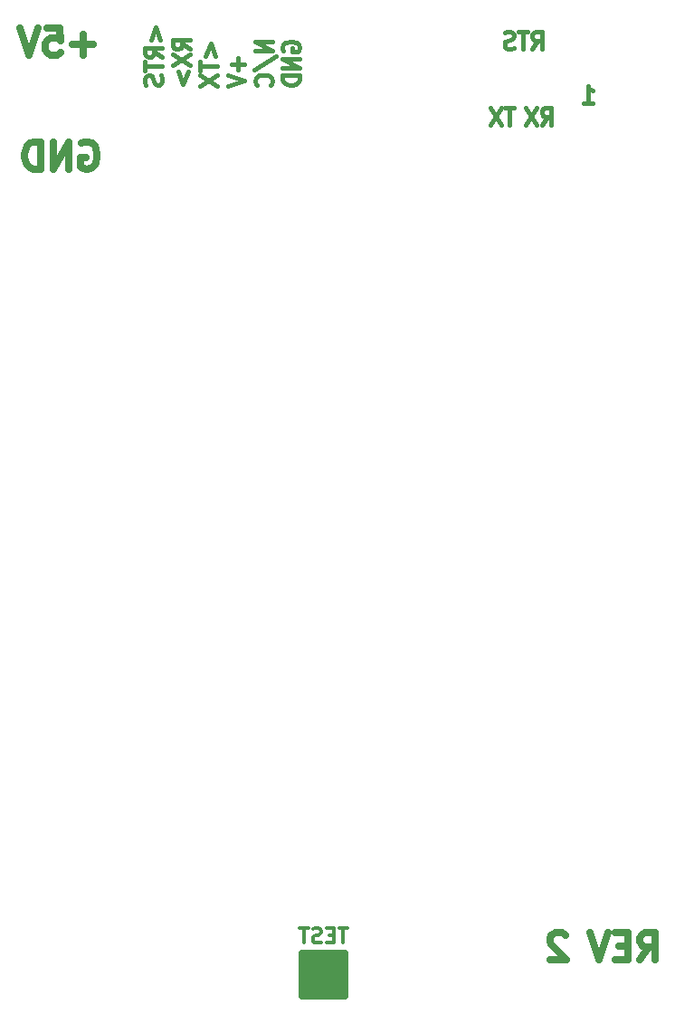
<source format=gbo>
G04 #@! TF.GenerationSoftware,KiCad,Pcbnew,(7.0.0)*
G04 #@! TF.CreationDate,2023-03-25T12:34:39-04:00*
G04 #@! TF.ProjectId,SIMPLE-6802,53494d50-4c45-42d3-9638-30322e6b6963,1*
G04 #@! TF.SameCoordinates,Original*
G04 #@! TF.FileFunction,Legend,Bot*
G04 #@! TF.FilePolarity,Positive*
%FSLAX46Y46*%
G04 Gerber Fmt 4.6, Leading zero omitted, Abs format (unit mm)*
G04 Created by KiCad (PCBNEW (7.0.0)) date 2023-03-25 12:34:39*
%MOMM*%
%LPD*%
G01*
G04 APERTURE LIST*
%ADD10C,0.381000*%
%ADD11C,0.635000*%
%ADD12C,0.349250*%
%ADD13C,0.650000*%
G04 APERTURE END LIST*
D10*
X157834857Y-48135017D02*
X158342857Y-47379065D01*
X158705714Y-48135017D02*
X158705714Y-46547517D01*
X158705714Y-46547517D02*
X158125143Y-46547517D01*
X158125143Y-46547517D02*
X157980000Y-46623113D01*
X157980000Y-46623113D02*
X157907429Y-46698708D01*
X157907429Y-46698708D02*
X157834857Y-46849898D01*
X157834857Y-46849898D02*
X157834857Y-47076684D01*
X157834857Y-47076684D02*
X157907429Y-47227874D01*
X157907429Y-47227874D02*
X157980000Y-47303470D01*
X157980000Y-47303470D02*
X158125143Y-47379065D01*
X158125143Y-47379065D02*
X158705714Y-47379065D01*
X157399429Y-46547517D02*
X156528572Y-46547517D01*
X156964000Y-48135017D02*
X156964000Y-46547517D01*
X156093143Y-48059422D02*
X155875429Y-48135017D01*
X155875429Y-48135017D02*
X155512571Y-48135017D01*
X155512571Y-48135017D02*
X155367429Y-48059422D01*
X155367429Y-48059422D02*
X155294857Y-47983827D01*
X155294857Y-47983827D02*
X155222286Y-47832636D01*
X155222286Y-47832636D02*
X155222286Y-47681446D01*
X155222286Y-47681446D02*
X155294857Y-47530255D01*
X155294857Y-47530255D02*
X155367429Y-47454660D01*
X155367429Y-47454660D02*
X155512571Y-47379065D01*
X155512571Y-47379065D02*
X155802857Y-47303470D01*
X155802857Y-47303470D02*
X155948000Y-47227874D01*
X155948000Y-47227874D02*
X156020571Y-47152279D01*
X156020571Y-47152279D02*
X156093143Y-47001089D01*
X156093143Y-47001089D02*
X156093143Y-46849898D01*
X156093143Y-46849898D02*
X156020571Y-46698708D01*
X156020571Y-46698708D02*
X155948000Y-46623113D01*
X155948000Y-46623113D02*
X155802857Y-46547517D01*
X155802857Y-46547517D02*
X155440000Y-46547517D01*
X155440000Y-46547517D02*
X155222286Y-46623113D01*
D11*
X116735238Y-47771328D02*
X114800000Y-47771328D01*
X115767619Y-48738947D02*
X115767619Y-46803709D01*
X112380952Y-46198947D02*
X113590476Y-46198947D01*
X113590476Y-46198947D02*
X113711428Y-47408471D01*
X113711428Y-47408471D02*
X113590476Y-47287519D01*
X113590476Y-47287519D02*
X113348571Y-47166566D01*
X113348571Y-47166566D02*
X112743809Y-47166566D01*
X112743809Y-47166566D02*
X112501904Y-47287519D01*
X112501904Y-47287519D02*
X112380952Y-47408471D01*
X112380952Y-47408471D02*
X112259999Y-47650376D01*
X112259999Y-47650376D02*
X112259999Y-48255138D01*
X112259999Y-48255138D02*
X112380952Y-48497042D01*
X112380952Y-48497042D02*
X112501904Y-48617995D01*
X112501904Y-48617995D02*
X112743809Y-48738947D01*
X112743809Y-48738947D02*
X113348571Y-48738947D01*
X113348571Y-48738947D02*
X113590476Y-48617995D01*
X113590476Y-48617995D02*
X113711428Y-48497042D01*
X111534285Y-46198947D02*
X110687618Y-48738947D01*
X110687618Y-48738947D02*
X109840951Y-46198947D01*
D10*
X156129429Y-53659517D02*
X155258572Y-53659517D01*
X155694000Y-55247017D02*
X155694000Y-53659517D01*
X154895714Y-53659517D02*
X153879714Y-55247017D01*
X153879714Y-53659517D02*
X154895714Y-55247017D01*
D11*
X167898095Y-133365147D02*
X168744762Y-132155623D01*
X169349524Y-133365147D02*
X169349524Y-130825147D01*
X169349524Y-130825147D02*
X168381905Y-130825147D01*
X168381905Y-130825147D02*
X168140000Y-130946100D01*
X168140000Y-130946100D02*
X168019047Y-131067052D01*
X168019047Y-131067052D02*
X167898095Y-131308957D01*
X167898095Y-131308957D02*
X167898095Y-131671814D01*
X167898095Y-131671814D02*
X168019047Y-131913719D01*
X168019047Y-131913719D02*
X168140000Y-132034671D01*
X168140000Y-132034671D02*
X168381905Y-132155623D01*
X168381905Y-132155623D02*
X169349524Y-132155623D01*
X166809524Y-132034671D02*
X165962857Y-132034671D01*
X165600000Y-133365147D02*
X166809524Y-133365147D01*
X166809524Y-133365147D02*
X166809524Y-130825147D01*
X166809524Y-130825147D02*
X165600000Y-130825147D01*
X164874286Y-130825147D02*
X164027619Y-133365147D01*
X164027619Y-133365147D02*
X163180952Y-130825147D01*
X160931238Y-131067052D02*
X160810286Y-130946100D01*
X160810286Y-130946100D02*
X160568381Y-130825147D01*
X160568381Y-130825147D02*
X159963619Y-130825147D01*
X159963619Y-130825147D02*
X159721714Y-130946100D01*
X159721714Y-130946100D02*
X159600762Y-131067052D01*
X159600762Y-131067052D02*
X159479809Y-131308957D01*
X159479809Y-131308957D02*
X159479809Y-131550861D01*
X159479809Y-131550861D02*
X159600762Y-131913719D01*
X159600762Y-131913719D02*
X161052190Y-133365147D01*
X161052190Y-133365147D02*
X159479809Y-133365147D01*
D10*
X122127509Y-47316571D02*
X122581080Y-46155428D01*
X122581080Y-46155428D02*
X123034652Y-47316571D01*
X123185842Y-48913142D02*
X122429890Y-48405142D01*
X123185842Y-48042285D02*
X121598342Y-48042285D01*
X121598342Y-48042285D02*
X121598342Y-48622856D01*
X121598342Y-48622856D02*
X121673938Y-48767999D01*
X121673938Y-48767999D02*
X121749533Y-48840570D01*
X121749533Y-48840570D02*
X121900723Y-48913142D01*
X121900723Y-48913142D02*
X122127509Y-48913142D01*
X122127509Y-48913142D02*
X122278699Y-48840570D01*
X122278699Y-48840570D02*
X122354295Y-48767999D01*
X122354295Y-48767999D02*
X122429890Y-48622856D01*
X122429890Y-48622856D02*
X122429890Y-48042285D01*
X121598342Y-49348570D02*
X121598342Y-50219428D01*
X123185842Y-49783999D02*
X121598342Y-49783999D01*
X123110247Y-50654856D02*
X123185842Y-50872571D01*
X123185842Y-50872571D02*
X123185842Y-51235428D01*
X123185842Y-51235428D02*
X123110247Y-51380571D01*
X123110247Y-51380571D02*
X123034652Y-51453142D01*
X123034652Y-51453142D02*
X122883461Y-51525713D01*
X122883461Y-51525713D02*
X122732271Y-51525713D01*
X122732271Y-51525713D02*
X122581080Y-51453142D01*
X122581080Y-51453142D02*
X122505485Y-51380571D01*
X122505485Y-51380571D02*
X122429890Y-51235428D01*
X122429890Y-51235428D02*
X122354295Y-50945142D01*
X122354295Y-50945142D02*
X122278699Y-50799999D01*
X122278699Y-50799999D02*
X122203104Y-50727428D01*
X122203104Y-50727428D02*
X122051914Y-50654856D01*
X122051914Y-50654856D02*
X121900723Y-50654856D01*
X121900723Y-50654856D02*
X121749533Y-50727428D01*
X121749533Y-50727428D02*
X121673938Y-50799999D01*
X121673938Y-50799999D02*
X121598342Y-50945142D01*
X121598342Y-50945142D02*
X121598342Y-51307999D01*
X121598342Y-51307999D02*
X121673938Y-51525713D01*
X125757592Y-48187428D02*
X125001640Y-47679428D01*
X125757592Y-47316571D02*
X124170092Y-47316571D01*
X124170092Y-47316571D02*
X124170092Y-47897142D01*
X124170092Y-47897142D02*
X124245688Y-48042285D01*
X124245688Y-48042285D02*
X124321283Y-48114856D01*
X124321283Y-48114856D02*
X124472473Y-48187428D01*
X124472473Y-48187428D02*
X124699259Y-48187428D01*
X124699259Y-48187428D02*
X124850449Y-48114856D01*
X124850449Y-48114856D02*
X124926045Y-48042285D01*
X124926045Y-48042285D02*
X125001640Y-47897142D01*
X125001640Y-47897142D02*
X125001640Y-47316571D01*
X124170092Y-48695428D02*
X125757592Y-49711428D01*
X124170092Y-49711428D02*
X125757592Y-48695428D01*
X124699259Y-50292000D02*
X125152830Y-51453143D01*
X125152830Y-51453143D02*
X125606402Y-50292000D01*
X127271009Y-48840571D02*
X127724580Y-47679428D01*
X127724580Y-47679428D02*
X128178152Y-48840571D01*
X126741842Y-49348570D02*
X126741842Y-50219428D01*
X128329342Y-49783999D02*
X126741842Y-49783999D01*
X126741842Y-50582285D02*
X128329342Y-51598285D01*
X126741842Y-51598285D02*
X128329342Y-50582285D01*
X130296330Y-48985714D02*
X130296330Y-50146857D01*
X130901092Y-49566285D02*
X129691568Y-49566285D01*
X129313592Y-50654856D02*
X130901092Y-51162856D01*
X130901092Y-51162856D02*
X129313592Y-51670856D01*
X133472842Y-47461715D02*
X131885342Y-47461715D01*
X131885342Y-47461715D02*
X133472842Y-48332572D01*
X133472842Y-48332572D02*
X131885342Y-48332572D01*
X131809747Y-50146857D02*
X133850818Y-48840571D01*
X133321652Y-51525714D02*
X133397247Y-51453142D01*
X133397247Y-51453142D02*
X133472842Y-51235428D01*
X133472842Y-51235428D02*
X133472842Y-51090285D01*
X133472842Y-51090285D02*
X133397247Y-50872571D01*
X133397247Y-50872571D02*
X133246057Y-50727428D01*
X133246057Y-50727428D02*
X133094866Y-50654857D01*
X133094866Y-50654857D02*
X132792485Y-50582285D01*
X132792485Y-50582285D02*
X132565699Y-50582285D01*
X132565699Y-50582285D02*
X132263318Y-50654857D01*
X132263318Y-50654857D02*
X132112128Y-50727428D01*
X132112128Y-50727428D02*
X131960938Y-50872571D01*
X131960938Y-50872571D02*
X131885342Y-51090285D01*
X131885342Y-51090285D02*
X131885342Y-51235428D01*
X131885342Y-51235428D02*
X131960938Y-51453142D01*
X131960938Y-51453142D02*
X132036533Y-51525714D01*
X134532688Y-48332571D02*
X134457092Y-48187429D01*
X134457092Y-48187429D02*
X134457092Y-47969714D01*
X134457092Y-47969714D02*
X134532688Y-47752000D01*
X134532688Y-47752000D02*
X134683878Y-47606857D01*
X134683878Y-47606857D02*
X134835068Y-47534286D01*
X134835068Y-47534286D02*
X135137449Y-47461714D01*
X135137449Y-47461714D02*
X135364235Y-47461714D01*
X135364235Y-47461714D02*
X135666616Y-47534286D01*
X135666616Y-47534286D02*
X135817807Y-47606857D01*
X135817807Y-47606857D02*
X135968997Y-47752000D01*
X135968997Y-47752000D02*
X136044592Y-47969714D01*
X136044592Y-47969714D02*
X136044592Y-48114857D01*
X136044592Y-48114857D02*
X135968997Y-48332571D01*
X135968997Y-48332571D02*
X135893402Y-48405143D01*
X135893402Y-48405143D02*
X135364235Y-48405143D01*
X135364235Y-48405143D02*
X135364235Y-48114857D01*
X136044592Y-49058286D02*
X134457092Y-49058286D01*
X134457092Y-49058286D02*
X136044592Y-49929143D01*
X136044592Y-49929143D02*
X134457092Y-49929143D01*
X136044592Y-50654857D02*
X134457092Y-50654857D01*
X134457092Y-50654857D02*
X134457092Y-51017714D01*
X134457092Y-51017714D02*
X134532688Y-51235428D01*
X134532688Y-51235428D02*
X134683878Y-51380571D01*
X134683878Y-51380571D02*
X134835068Y-51453142D01*
X134835068Y-51453142D02*
X135137449Y-51525714D01*
X135137449Y-51525714D02*
X135364235Y-51525714D01*
X135364235Y-51525714D02*
X135666616Y-51453142D01*
X135666616Y-51453142D02*
X135817807Y-51380571D01*
X135817807Y-51380571D02*
X135968997Y-51235428D01*
X135968997Y-51235428D02*
X136044592Y-51017714D01*
X136044592Y-51017714D02*
X136044592Y-50654857D01*
X158705714Y-55247017D02*
X159213714Y-54491065D01*
X159576571Y-55247017D02*
X159576571Y-53659517D01*
X159576571Y-53659517D02*
X158996000Y-53659517D01*
X158996000Y-53659517D02*
X158850857Y-53735113D01*
X158850857Y-53735113D02*
X158778286Y-53810708D01*
X158778286Y-53810708D02*
X158705714Y-53961898D01*
X158705714Y-53961898D02*
X158705714Y-54188684D01*
X158705714Y-54188684D02*
X158778286Y-54339874D01*
X158778286Y-54339874D02*
X158850857Y-54415470D01*
X158850857Y-54415470D02*
X158996000Y-54491065D01*
X158996000Y-54491065D02*
X159576571Y-54491065D01*
X158197714Y-53659517D02*
X157181714Y-55247017D01*
X157181714Y-53659517D02*
X158197714Y-55247017D01*
D11*
X115658761Y-56987900D02*
X115900666Y-56866947D01*
X115900666Y-56866947D02*
X116263523Y-56866947D01*
X116263523Y-56866947D02*
X116626380Y-56987900D01*
X116626380Y-56987900D02*
X116868285Y-57229804D01*
X116868285Y-57229804D02*
X116989238Y-57471709D01*
X116989238Y-57471709D02*
X117110190Y-57955519D01*
X117110190Y-57955519D02*
X117110190Y-58318376D01*
X117110190Y-58318376D02*
X116989238Y-58802185D01*
X116989238Y-58802185D02*
X116868285Y-59044090D01*
X116868285Y-59044090D02*
X116626380Y-59285995D01*
X116626380Y-59285995D02*
X116263523Y-59406947D01*
X116263523Y-59406947D02*
X116021619Y-59406947D01*
X116021619Y-59406947D02*
X115658761Y-59285995D01*
X115658761Y-59285995D02*
X115537809Y-59165042D01*
X115537809Y-59165042D02*
X115537809Y-58318376D01*
X115537809Y-58318376D02*
X116021619Y-58318376D01*
X114449238Y-59406947D02*
X114449238Y-56866947D01*
X114449238Y-56866947D02*
X112997809Y-59406947D01*
X112997809Y-59406947D02*
X112997809Y-56866947D01*
X111788286Y-59406947D02*
X111788286Y-56866947D01*
X111788286Y-56866947D02*
X111183524Y-56866947D01*
X111183524Y-56866947D02*
X110820667Y-56987900D01*
X110820667Y-56987900D02*
X110578762Y-57229804D01*
X110578762Y-57229804D02*
X110457809Y-57471709D01*
X110457809Y-57471709D02*
X110336857Y-57955519D01*
X110336857Y-57955519D02*
X110336857Y-58318376D01*
X110336857Y-58318376D02*
X110457809Y-58802185D01*
X110457809Y-58802185D02*
X110578762Y-59044090D01*
X110578762Y-59044090D02*
X110820667Y-59285995D01*
X110820667Y-59285995D02*
X111183524Y-59406947D01*
X111183524Y-59406947D02*
X111788286Y-59406947D01*
D10*
X162588286Y-53215017D02*
X163459143Y-53215017D01*
X163023714Y-53215017D02*
X163023714Y-51627517D01*
X163023714Y-51627517D02*
X163168857Y-51854303D01*
X163168857Y-51854303D02*
X163314000Y-52005493D01*
X163314000Y-52005493D02*
X163459143Y-52081089D01*
D12*
X140531547Y-130363231D02*
X139733261Y-130363231D01*
X140132404Y-131760231D02*
X140132404Y-130363231D01*
X139267594Y-131028469D02*
X138801928Y-131028469D01*
X138602356Y-131760231D02*
X139267594Y-131760231D01*
X139267594Y-131760231D02*
X139267594Y-130363231D01*
X139267594Y-130363231D02*
X138602356Y-130363231D01*
X138070166Y-131693707D02*
X137870595Y-131760231D01*
X137870595Y-131760231D02*
X137537976Y-131760231D01*
X137537976Y-131760231D02*
X137404928Y-131693707D01*
X137404928Y-131693707D02*
X137338404Y-131627183D01*
X137338404Y-131627183D02*
X137271881Y-131494135D01*
X137271881Y-131494135D02*
X137271881Y-131361088D01*
X137271881Y-131361088D02*
X137338404Y-131228040D01*
X137338404Y-131228040D02*
X137404928Y-131161516D01*
X137404928Y-131161516D02*
X137537976Y-131094993D01*
X137537976Y-131094993D02*
X137804071Y-131028469D01*
X137804071Y-131028469D02*
X137937119Y-130961945D01*
X137937119Y-130961945D02*
X138003642Y-130895421D01*
X138003642Y-130895421D02*
X138070166Y-130762374D01*
X138070166Y-130762374D02*
X138070166Y-130629326D01*
X138070166Y-130629326D02*
X138003642Y-130496278D01*
X138003642Y-130496278D02*
X137937119Y-130429755D01*
X137937119Y-130429755D02*
X137804071Y-130363231D01*
X137804071Y-130363231D02*
X137471452Y-130363231D01*
X137471452Y-130363231D02*
X137271881Y-130429755D01*
X136872738Y-130363231D02*
X136074452Y-130363231D01*
X136473595Y-131760231D02*
X136473595Y-130363231D01*
D13*
X136303000Y-132747000D02*
X136303000Y-133247000D01*
X136303000Y-132747000D02*
X140303000Y-132747000D01*
X136303000Y-133247000D02*
X140303000Y-133247000D01*
X136303000Y-133747000D02*
X136303000Y-134247000D01*
X136303000Y-134247000D02*
X140303000Y-134247000D01*
X136303000Y-134747000D02*
X136303000Y-135247000D01*
X136303000Y-135247000D02*
X139803000Y-135247000D01*
X136303000Y-135747000D02*
X136303000Y-136247000D01*
X136303000Y-136247000D02*
X140303000Y-136247000D01*
X136303000Y-136747000D02*
X136303000Y-132747000D01*
X139803000Y-135247000D02*
X140303000Y-135247000D01*
X140303000Y-132747000D02*
X140303000Y-136747000D01*
X140303000Y-133247000D02*
X140303000Y-133747000D01*
X140303000Y-133747000D02*
X136303000Y-133747000D01*
X140303000Y-134247000D02*
X140303000Y-134747000D01*
X140303000Y-134747000D02*
X136303000Y-134747000D01*
X140303000Y-135247000D02*
X140303000Y-135747000D01*
X140303000Y-135747000D02*
X136303000Y-135747000D01*
X140303000Y-136747000D02*
X136303000Y-136747000D01*
M02*

</source>
